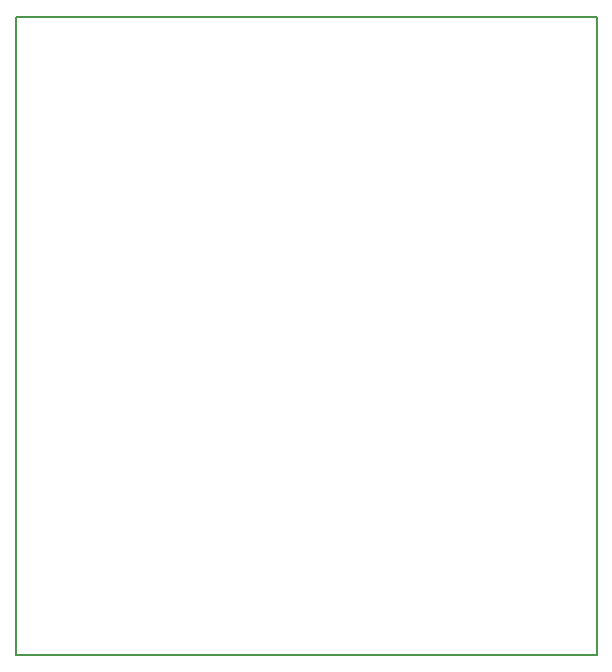
<source format=gbr>
%TF.GenerationSoftware,KiCad,Pcbnew,8.0.1*%
%TF.CreationDate,2024-05-04T10:24:30-07:00*%
%TF.ProjectId,schematic,73636865-6d61-4746-9963-2e6b69636164,rev?*%
%TF.SameCoordinates,Original*%
%TF.FileFunction,Profile,NP*%
%FSLAX46Y46*%
G04 Gerber Fmt 4.6, Leading zero omitted, Abs format (unit mm)*
G04 Created by KiCad (PCBNEW 8.0.1) date 2024-05-04 10:24:30*
%MOMM*%
%LPD*%
G01*
G04 APERTURE LIST*
%TA.AperFunction,Profile*%
%ADD10C,0.200000*%
%TD*%
G04 APERTURE END LIST*
D10*
X119500000Y-56800000D02*
X168700000Y-56800000D01*
X168700000Y-110800000D01*
X119500000Y-110800000D01*
X119500000Y-56800000D01*
M02*

</source>
